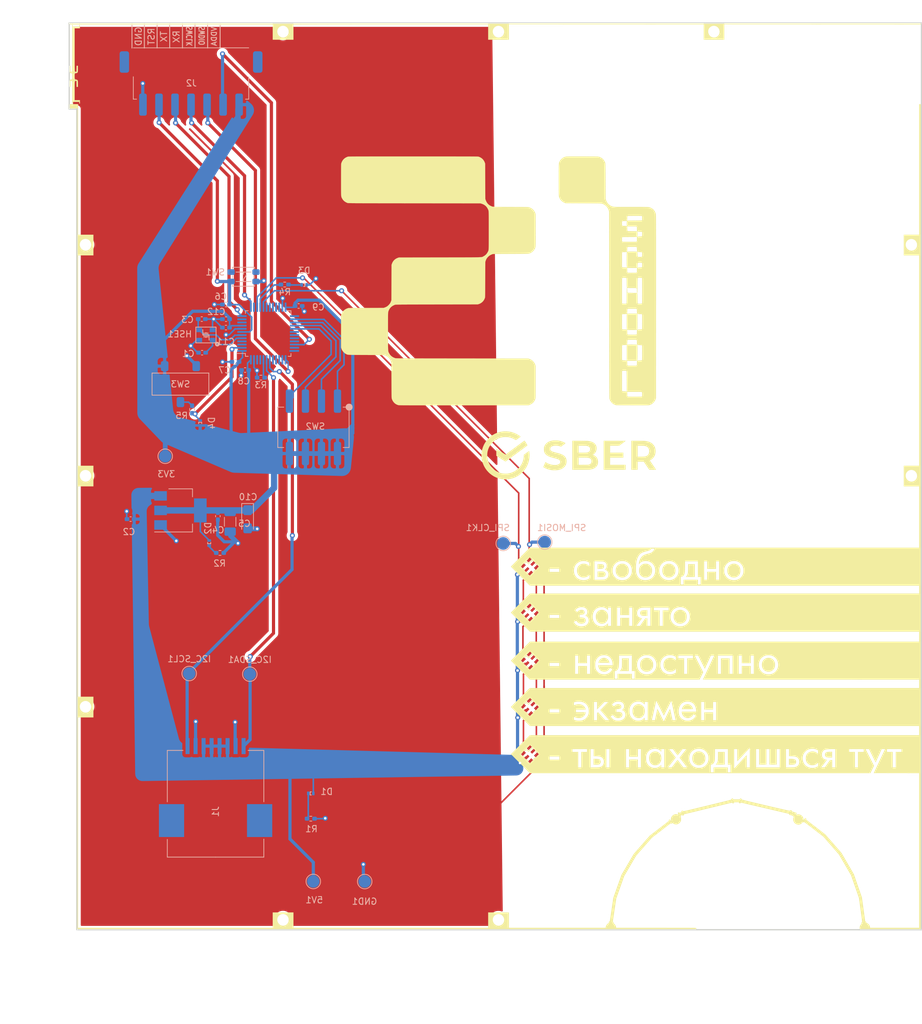
<source format=kicad_pcb>
(kicad_pcb (version 20171130) (host pcbnew 5.1.9)
  (layers (0 F.Cu signal) (31 B.Cu signal) (34 B.Paste user) (35 F.Paste user) (36 B.SilkS user) (37 F.SilkS user) (38 B.Mask user) (39 F.Mask user) (44 Edge.Cuts user))
  (net 0 "")
  (net 1 GND)
  (net 2 HSE_IN)
  (net 3 +5V)
  (net 4 HSE_OUT)
  (net 5 VDDA)
  (net 6 C_RST)
  (net 7 SPI1_CLK)
  (net 8 SPI1_MOSI)
  (net 9 "Net-(D1-Pad1)")
  (net 10 "Net-(D2-Pad1)")
  (net 11 "Net-(R3-Pad2)")
  (net 12 "Net-(D3-Pad2)")
  (net 13 "Net-(R4-Pad1)")
  (net 14 "Net-(R5-Pad2)")
  (net 15 SWITCH_MODE)
  (net 16 "Net-(U2-Pad46)")
  (net 17 "Net-(U2-Pad45)")
  (net 18 "Net-(U2-Pad41)")
  (net 19 "Net-(U2-Pad40)")
  (net 20 "Net-(U2-Pad38)")
  (net 21 SYS_JTCK-SWCLK)
  (net 22 SYS_JTMS-SWDIO)
  (net 23 "Net-(U2-Pad33)")
  (net 24 "Net-(U2-Pad32)")
  (net 25 REG_4b)
  (net 26 REG_3b)
  (net 27 REG_2b)
  (net 28 REG_1b)
  (net 29 "Net-(U2-Pad25)")
  (net 30 "Net-(U2-Pad22)")
  (net 31 "Net-(U2-Pad21)")
  (net 32 "Net-(U2-Pad20)")
  (net 33 "Net-(U2-Pad19)")
  (net 34 "Net-(U2-Pad18)")
  (net 35 "Net-(U2-Pad14)")
  (net 36 "Net-(U2-Pad11)")
  (net 37 "Net-(U2-Pad10)")
  (net 38 "Net-(U2-Pad4)")
  (net 39 "Net-(U2-Pad3)")
  (net 40 "Net-(LED1-Pad6)")
  (net 41 "Net-(LED1-Pad1)")
  (net 42 "Net-(LED2-Pad6)")
  (net 43 "Net-(LED2-Pad1)")
  (net 44 "Net-(LED3-Pad6)")
  (net 45 "Net-(LED3-Pad1)")
  (net 46 "Net-(LED4-Pad6)")
  (net 47 "Net-(LED4-Pad1)")
  (net 48 "Net-(LED5-Pad6)")
  (net 49 "Net-(LED5-Pad1)")
  (net 50 I2C1_SDA)
  (net 51 I2C1_SCL)
  (net 52 USART2_RX)
  (net 53 USART2_TX)
  (net 54 "Net-(U2-Pad39)")
  (net 55 "Net-(U2-Pad36)")
  (net 56 "Net-(U2-Pad35)")
  (net 57 "Net-(U2-Pad31)")
  (net 58 "Net-(U2-Pad30)")
  (module Capacitor_Tantalum_SMD:CP_EIA-3216-10_Kemet-I_Pad1.58x1.35mm_HandSolder (layer B.Cu) (at 212.344 84.582 270)
    (fp_text reference C10 (at -3.53 -0.08 180) (layer B.SilkS) (effects (justify mirror)))
    (fp_text value 4.7uF)
    (pad 2 smd roundrect (at 1.4375 0 270) (size 1.575 1.35) (layers B.Cu B.Paste B.Mask) (roundrect_rratio 0.185185) (net 1 GND))
    (pad 1 smd roundrect (at -1.4375 0 270) (size 1.575 1.35) (layers B.Cu B.Paste B.Mask) (roundrect_rratio 0.185185) (net 5 VDDA))
  )
  (module Package_QFP:LQFP-48_7x7mm_P0.5mm (layer B.Cu) (at 215.61 55.17)
    (fp_text reference U2 hide)
    (fp_text value STM32F030C8Tx)
    (pad 48 smd roundrect (at -2.75 4.1625) (size 0.3 1.475) (layers B.Cu B.Paste B.Mask) (net 5 VDDA))
    (pad 47 smd roundrect (at -2.25 4.1625) (size 0.3 1.475) (layers B.Cu B.Paste B.Mask) (net 1 GND))
    (pad 46 smd roundrect (at -1.75 4.1625) (size 0.3 1.475) (layers B.Cu B.Paste B.Mask) (net 16 "Net-(U2-Pad46)"))
    (pad 45 smd roundrect (at -1.25 4.1625) (size 0.3 1.475) (layers B.Cu B.Paste B.Mask) (net 17 "Net-(U2-Pad45)"))
    (pad 44 smd roundrect (at -0.75 4.1625) (size 0.3 1.475) (layers B.Cu B.Paste B.Mask) (net 11 "Net-(R3-Pad2)"))
    (pad 43 smd roundrect (at -0.25 4.1625) (size 0.3 1.475) (layers B.Cu B.Paste B.Mask) (net 50 I2C1_SDA))
    (pad 42 smd roundrect (at 0.25 4.1625) (size 0.3 1.475) (layers B.Cu B.Paste B.Mask) (net 51 I2C1_SCL))
    (pad 41 smd roundrect (at 0.75 4.1625) (size 0.3 1.475) (layers B.Cu B.Paste B.Mask) (net 18 "Net-(U2-Pad41)"))
    (pad 40 smd roundrect (at 1.25 4.1625) (size 0.3 1.475) (layers B.Cu B.Paste B.Mask) (net 19 "Net-(U2-Pad40)"))
    (pad 39 smd roundrect (at 1.75 4.1625) (size 0.3 1.475) (layers B.Cu B.Paste B.Mask) (net 54 "Net-(U2-Pad39)"))
    (pad 38 smd roundrect (at 2.25 4.1625) (size 0.3 1.475) (layers B.Cu B.Paste B.Mask) (net 20 "Net-(U2-Pad38)"))
    (pad 37 smd roundrect (at 2.75 4.1625) (size 0.3 1.475) (layers B.Cu B.Paste B.Mask) (net 21 SYS_JTCK-SWCLK))
    (pad 36 smd roundrect (at 4.1625 2.75) (size 1.475 0.3) (layers B.Cu B.Paste B.Mask) (net 55 "Net-(U2-Pad36)"))
    (pad 35 smd roundrect (at 4.1625 2.25) (size 1.475 0.3) (layers B.Cu B.Paste B.Mask) (net 56 "Net-(U2-Pad35)"))
    (pad 34 smd roundrect (at 4.1625 1.75) (size 1.475 0.3) (layers B.Cu B.Paste B.Mask) (net 22 SYS_JTMS-SWDIO))
    (pad 33 smd roundrect (at 4.1625 1.25) (size 1.475 0.3) (layers B.Cu B.Paste B.Mask) (net 23 "Net-(U2-Pad33)"))
    (pad 32 smd roundrect (at 4.1625 0.75) (size 1.475 0.3) (layers B.Cu B.Paste B.Mask) (net 24 "Net-(U2-Pad32)"))
    (pad 31 smd roundrect (at 4.1625 0.25) (size 1.475 0.3) (layers B.Cu B.Paste B.Mask) (net 57 "Net-(U2-Pad31)"))
    (pad 30 smd roundrect (at 4.1625 -0.25) (size 1.475 0.3) (layers B.Cu B.Paste B.Mask) (net 58 "Net-(U2-Pad30)"))
    (pad 29 smd roundrect (at 4.1625 -0.75) (size 1.475 0.3) (layers B.Cu B.Paste B.Mask) (net 25 REG_4b))
    (pad 28 smd roundrect (at 4.1625 -1.25) (size 1.475 0.3) (layers B.Cu B.Paste B.Mask) (net 26 REG_3b))
    (pad 27 smd roundrect (at 4.1625 -1.75) (size 1.475 0.3) (layers B.Cu B.Paste B.Mask) (net 27 REG_2b))
    (pad 26 smd roundrect (at 4.1625 -2.25) (size 1.475 0.3) (layers B.Cu B.Paste B.Mask) (net 28 REG_1b))
    (pad 25 smd roundrect (at 4.1625 -2.75) (size 1.475 0.3) (layers B.Cu B.Paste B.Mask) (net 29 "Net-(U2-Pad25)"))
    (pad 24 smd roundrect (at 2.75 -4.1625) (size 0.3 1.475) (layers B.Cu B.Paste B.Mask) (net 5 VDDA))
    (pad 23 smd roundrect (at 2.25 -4.1625) (size 0.3 1.475) (layers B.Cu B.Paste B.Mask) (net 1 GND))
    (pad 22 smd roundrect (at 1.75 -4.1625) (size 0.3 1.475) (layers B.Cu B.Paste B.Mask) (net 30 "Net-(U2-Pad22)"))
    (pad 21 smd roundrect (at 1.25 -4.1625) (size 0.3 1.475) (layers B.Cu B.Paste B.Mask) (net 31 "Net-(U2-Pad21)"))
    (pad 20 smd roundrect (at 0.75 -4.1625) (size 0.3 1.475) (layers B.Cu B.Paste B.Mask) (net 32 "Net-(U2-Pad20)"))
    (pad 19 smd roundrect (at 0.25 -4.1625) (size 0.3 1.475) (layers B.Cu B.Paste B.Mask) (net 33 "Net-(U2-Pad19)"))
    (pad 18 smd roundrect (at -0.25 -4.1625) (size 0.3 1.475) (layers B.Cu B.Paste B.Mask) (net 34 "Net-(U2-Pad18)"))
    (pad 17 smd roundrect (at -0.75 -4.1625) (size 0.3 1.475) (layers B.Cu B.Paste B.Mask) (net 8 SPI1_MOSI))
    (pad 16 smd roundrect (at -1.25 -4.1625) (size 0.3 1.475) (layers B.Cu B.Paste B.Mask) (net 13 "Net-(R4-Pad1)"))
    (pad 15 smd roundrect (at -1.75 -4.1625) (size 0.3 1.475) (layers B.Cu B.Paste B.Mask) (net 7 SPI1_CLK))
    (pad 14 smd roundrect (at -2.25 -4.1625) (size 0.3 1.475) (layers B.Cu B.Paste B.Mask) (net 35 "Net-(U2-Pad14)"))
    (pad 13 smd roundrect (at -2.75 -4.1625) (size 0.3 1.475) (layers B.Cu B.Paste B.Mask) (net 52 USART2_RX))
    (pad 12 smd roundrect (at -4.1625 -2.75) (size 1.475 0.3) (layers B.Cu B.Paste B.Mask) (net 53 USART2_TX))
    (pad 11 smd roundrect (at -4.1625 -2.25) (size 1.475 0.3) (layers B.Cu B.Paste B.Mask) (net 36 "Net-(U2-Pad11)"))
    (pad 10 smd roundrect (at -4.1625 -1.75) (size 1.475 0.3) (layers B.Cu B.Paste B.Mask) (net 37 "Net-(U2-Pad10)"))
    (pad 9 smd roundrect (at -4.1625 -1.25) (size 1.475 0.3) (layers B.Cu B.Paste B.Mask) (net 5 VDDA))
    (pad 8 smd roundrect (at -4.1625 -0.75) (size 1.475 0.3) (layers B.Cu B.Paste B.Mask) (net 1 GND))
    (pad 7 smd roundrect (at -4.1625 -0.25) (size 1.475 0.3) (layers B.Cu B.Paste B.Mask) (net 6 C_RST))
    (pad 6 smd roundrect (at -4.1625 0.25) (size 1.475 0.3) (layers B.Cu B.Paste B.Mask) (net 4 HSE_OUT))
    (pad 5 smd roundrect (at -4.1625 0.75) (size 1.475 0.3) (layers B.Cu B.Paste B.Mask) (net 2 HSE_IN))
    (pad 4 smd roundrect (at -4.1625 1.25) (size 1.475 0.3) (layers B.Cu B.Paste B.Mask) (net 38 "Net-(U2-Pad4)"))
    (pad 3 smd roundrect (at -4.1625 1.75) (size 1.475 0.3) (layers B.Cu B.Paste B.Mask) (net 39 "Net-(U2-Pad3)"))
    (pad 2 smd roundrect (at -4.1625 2.25) (size 1.475 0.3) (layers B.Cu B.Paste B.Mask) (net 15 SWITCH_MODE))
    (pad 1 smd roundrect (at -4.1625 2.75) (size 1.475 0.3) (layers B.Cu B.Paste B.Mask) (net 5 VDDA))
  )
  (module Resistor_SMD:R_0402_1005Metric_Pad0.72x0.64mm_HandSolder (layer B.Cu) (at 218.23 47.42)
    (fp_text reference R4 (at 0 1.17) (layer B.SilkS) (effects (justify mirror)))
    (fp_text value 1k5)
    (pad 2 smd roundrect (at 0.5975 0) (size 0.715 0.64) (layers B.Cu B.Paste B.Mask) (net 12 "Net-(D3-Pad2)"))
    (pad 1 smd roundrect (at -0.5975 0) (size 0.715 0.64) (layers B.Cu B.Paste B.Mask) (net 13 "Net-(R4-Pad1)"))
  )
  (module Resistor_SMD:R_0402_1005Metric_Pad0.72x0.64mm_HandSolder (layer B.Cu) (at 214.45 62.16)
    (fp_text reference R3 (at 0 1.17) (layer B.SilkS) (effects (justify mirror)))
    (fp_text value 10k)
    (pad 2 smd roundrect (at 0.5975 0) (size 0.715 0.64) (layers B.Cu B.Paste B.Mask) (net 11 "Net-(R3-Pad2)"))
    (pad 1 smd roundrect (at -0.5975 0) (size 0.715 0.64) (layers B.Cu B.Paste B.Mask) (net 1 GND))
  )
  (module Atrium_central_PCB:connector_7pin_xh2.54__lcsc_c146123_ (layer B.Cu) (at 203.38 15.52 180)
    (fp_text reference J2 (at -0.05 0) (layer B.SilkS) (effects (justify mirror)))
    (fp_text value Conn_01x07)
    (pad 1 smd roundrect (at -7.62 -3.4 180) (size 1.2 3.5) (layers B.Cu B.Paste B.Mask) (net 5 VDDA))
    (pad 2 smd roundrect (at -5.08 -3.4 180) (size 1.2 3.5) (layers B.Cu B.Paste B.Mask) (net 22 SYS_JTMS-SWDIO))
    (pad 3 smd roundrect (at -2.54 -3.4 180) (size 1.2 3.5) (layers B.Cu B.Paste B.Mask) (net 21 SYS_JTCK-SWCLK))
    (pad 4 smd roundrect (at 0 -3.4 180) (size 1.2 3.5) (layers B.Cu B.Paste B.Mask) (net 52 USART2_RX))
    (pad 5 smd roundrect (at 2.54 -3.4 180) (size 1.2 3.5) (layers B.Cu B.Paste B.Mask) (net 53 USART2_TX))
    (pad 6 smd roundrect (at 5.08 -3.4 180) (size 1.2 3.5) (layers B.Cu B.Paste B.Mask) (net 6 C_RST))
    (pad NC smd roundrect (at -10.57 3.35 180) (size 1.5 3.4) (layers B.Cu B.Paste B.Mask))
    (pad NC smd roundrect (at 10.57 3.35 180) (size 1.5 3.4) (layers B.Cu B.Paste B.Mask))
    (pad 7 smd roundrect (at 7.62 -3.4 180) (size 1.2 3.5) (layers B.Cu B.Paste B.Mask) (net 1 GND))
  )
  (module Atrium_central_PCB:LED_SMD_0402 (layer B.Cu) (at 221.31 47.47 180)
    (fp_text reference D3 (at -0.01 2.27) (layer B.SilkS) (effects (justify mirror)))
    (fp_text value "Orange LED")
    (pad 1 smd roundrect (at -0.4 0 180) (size 0.4 0.6) (layers B.Cu B.Paste B.Mask) (net 1 GND))
    (pad 2 smd roundrect (at 0.4 0 180) (size 0.4 0.6) (layers B.Cu B.Paste B.Mask) (net 12 "Net-(D3-Pad2)"))
  )
  (module Atrium_central_PCB:Pad_test (layer B.Cu) (at 222.758 141.956)
    (fp_text reference 5V1 (at 0.142 2.944) (layer B.SilkS) (effects (justify mirror)))
    (fp_text value TEST1)
    (pad 1 smd circle (at 0 0) (size 2 2) (layers B.Cu B.Paste B.Mask) (net 3 +5V))
  )
  (module Atrium_central_PCB:Pad_test (layer B.Cu) (at 203.09 109.02)
    (fp_text reference I2C_SCL1 (at 0 -2.3) (layer B.SilkS) (effects (justify mirror)))
    (fp_text value TEST4)
    (pad 1 smd circle (at 0 0) (size 2 2) (layers B.Cu B.Paste B.Mask) (net 51 I2C1_SCL))
  )
  (module _RJ45MOLEX_SMD:rj45_molex_smd_44144-0003 (layer B.Cu) (at 207.268 138.098 180)
    (fp_text reference J1 (at 0 7.2 270) (layer B.SilkS) (effects (justify mirror)))
    (fp_text value RJ32_Shielded)
    (pad 1 smd rect (at -4.44 17.58 180) (size 0.64 2.54) (layers B.Cu B.Paste B.Mask) (net 50 I2C1_SDA))
    (pad 2 smd rect (at -3.17 17.58 180) (size 0.64 2.54) (layers B.Cu B.Paste B.Mask) (net 1 GND))
    (pad 3 smd rect (at -1.9 17.58 180) (size 0.64 2.54) (layers B.Cu B.Paste B.Mask) (net 3 +5V))
    (pad 4 smd rect (at -0.63 17.58 180) (size 0.64 2.54) (layers B.Cu B.Paste B.Mask) (net 3 +5V))
    (pad 5 smd rect (at 0.63 17.58 180) (size 0.64 2.54) (layers B.Cu B.Paste B.Mask) (net 3 +5V))
    (pad 6 smd rect (at 1.9 17.58 180) (size 0.64 2.54) (layers B.Cu B.Paste B.Mask) (net 3 +5V))
    (pad 7 smd rect (at 3.17 17.58 180) (size 0.64 2.54) (layers B.Cu B.Paste B.Mask) (net 1 GND))
    (pad 8 smd rect (at 4.44 17.58 180) (size 0.64 2.54) (layers B.Cu B.Paste B.Mask) (net 51 I2C1_SCL))
    (pad NC smd rect (at -6.98 5.785 180) (size 4 5.21) (layers B.Cu B.Paste B.Mask))
    (pad NC smd rect (at 6.98 5.785 180) (size 4 5.21) (layers B.Cu B.Paste B.Mask))
  )
  (module _RJ45MOLEX_SMD:SK9822-EC20 (layer F.Cu) (at 257.09 121.8 225)
    (fp_text reference LED5 hide)
    (fp_text value SK9822-EC20)
    (pad 4 smd rect (at 0.65 0.8 225) (size 0.7 0.4) (layers F.Cu F.Paste F.Mask) (net 46 "Net-(LED4-Pad6)"))
    (pad 5 smd rect (at 0.65 0 225) (size 0.7 0.4) (layers F.Cu F.Paste F.Mask) (net 3 +5V))
    (pad 6 smd rect (at 0.65 -0.8 225) (size 0.7 0.4) (layers F.Cu F.Paste F.Mask) (net 48 "Net-(LED5-Pad6)"))
    (pad 3 smd rect (at -0.65 0.8 225) (size 0.7 0.4) (layers F.Cu F.Paste F.Mask) (net 47 "Net-(LED4-Pad1)"))
    (pad 2 smd rect (at -0.65 0 225) (size 0.7 0.4) (layers F.Cu F.Paste F.Mask) (net 1 GND))
    (pad 1 smd rect (at -0.65 -0.8 225) (size 0.7 0.4) (layers F.Cu F.Paste F.Mask) (net 49 "Net-(LED5-Pad1)"))
  )
  (module _RJ45MOLEX_SMD:SK9822-EC20 (layer F.Cu) (at 257.09 114.33 225)
    (fp_text reference LED4 hide)
    (fp_text value SK9822-EC20)
    (pad 4 smd rect (at 0.65 0.8 225) (size 0.7 0.4) (layers F.Cu F.Paste F.Mask) (net 44 "Net-(LED3-Pad6)"))
    (pad 5 smd rect (at 0.65 0 225) (size 0.7 0.4) (layers F.Cu F.Paste F.Mask) (net 3 +5V))
    (pad 6 smd rect (at 0.65 -0.8 225) (size 0.7 0.4) (layers F.Cu F.Paste F.Mask) (net 46 "Net-(LED4-Pad6)"))
    (pad 3 smd rect (at -0.65 0.8 225) (size 0.7 0.4) (layers F.Cu F.Paste F.Mask) (net 45 "Net-(LED3-Pad1)"))
    (pad 2 smd rect (at -0.65 0 225) (size 0.7 0.4) (layers F.Cu F.Paste F.Mask) (net 1 GND))
    (pad 1 smd rect (at -0.65 -0.8 225) (size 0.7 0.4) (layers F.Cu F.Paste F.Mask) (net 47 "Net-(LED4-Pad1)"))
  )
  (module _RJ45MOLEX_SMD:SK9822-EC20 (layer F.Cu) (at 257.09 106.97 225)
    (fp_text reference LED3 hide)
    (fp_text value SK9822-EC20)
    (pad 4 smd rect (at 0.65 0.8 225) (size 0.7 0.4) (layers F.Cu F.Paste F.Mask) (net 42 "Net-(LED2-Pad6)"))
    (pad 5 smd rect (at 0.65 0 225) (size 0.7 0.4) (layers F.Cu F.Paste F.Mask) (net 3 +5V))
    (pad 6 smd rect (at 0.65 -0.8 225) (size 0.7 0.4) (layers F.Cu F.Paste F.Mask) (net 44 "Net-(LED3-Pad6)"))
    (pad 3 smd rect (at -0.65 0.8 225) (size 0.7 0.4) (layers F.Cu F.Paste F.Mask) (net 43 "Net-(LED2-Pad1)"))
    (pad 2 smd rect (at -0.65 0 225) (size 0.7 0.4) (layers F.Cu F.Paste F.Mask) (net 1 GND))
    (pad 1 smd rect (at -0.65 -0.8 225) (size 0.7 0.4) (layers F.Cu F.Paste F.Mask) (net 45 "Net-(LED3-Pad1)"))
  )
  (module _RJ45MOLEX_SMD:SK9822-EC20 (layer F.Cu) (at 257.07 99.37 225)
    (fp_text reference LED2 hide)
    (fp_text value SK9822-EC20)
    (pad 4 smd rect (at 0.65 0.8 225) (size 0.7 0.4) (layers F.Cu F.Paste F.Mask) (net 40 "Net-(LED1-Pad6)"))
    (pad 5 smd rect (at 0.65 0 225) (size 0.7 0.4) (layers F.Cu F.Paste F.Mask) (net 3 +5V))
    (pad 6 smd rect (at 0.65 -0.8 225) (size 0.7 0.4) (layers F.Cu F.Paste F.Mask) (net 42 "Net-(LED2-Pad6)"))
    (pad 3 smd rect (at -0.65 0.8 225) (size 0.7 0.4) (layers F.Cu F.Paste F.Mask) (net 41 "Net-(LED1-Pad1)"))
    (pad 2 smd rect (at -0.65 0 225) (size 0.7 0.4) (layers F.Cu F.Paste F.Mask) (net 1 GND))
    (pad 1 smd rect (at -0.65 -0.8 225) (size 0.7 0.4) (layers F.Cu F.Paste F.Mask) (net 43 "Net-(LED2-Pad1)"))
  )
  (module _RJ45MOLEX_SMD:SK9822-EC20 (layer F.Cu) (at 257.08 92.08 225)
    (fp_text reference LED1 hide)
    (fp_text value SK9822-EC20)
    (pad 4 smd rect (at 0.65 0.8 225) (size 0.7 0.4) (layers F.Cu F.Paste F.Mask) (net 7 SPI1_CLK))
    (pad 5 smd rect (at 0.65 0 225) (size 0.7 0.4) (layers F.Cu F.Paste F.Mask) (net 3 +5V))
    (pad 6 smd rect (at 0.65 -0.8 225) (size 0.7 0.4) (layers F.Cu F.Paste F.Mask) (net 40 "Net-(LED1-Pad6)"))
    (pad 3 smd rect (at -0.65 0.8 225) (size 0.7 0.4) (layers F.Cu F.Paste F.Mask) (net 8 SPI1_MOSI))
    (pad 2 smd rect (at -0.65 0 225) (size 0.7 0.4) (layers F.Cu F.Paste F.Mask) (net 1 GND))
    (pad 1 smd rect (at -0.65 -0.8 225) (size 0.7 0.4) (layers F.Cu F.Paste F.Mask) (net 41 "Net-(LED1-Pad1)"))
  )
  (module "Atrium_central_PCB:SW_SMD_XKB_(SS-3235D-03-L1)" (layer B.Cu) (at 201.7 63.19)
    (fp_text reference SW3 (at 0 0) (layer B.SilkS) (effects (justify mirror)))
    (fp_text value SW_SPDT)
    (pad 3 smd roundrect (at 2.5 -2.85) (size 1.2 1.6) (layers B.Cu B.Paste B.Mask) (net 1 GND))
    (pad 2 smd roundrect (at 0 2.85) (size 1.2 1.6) (layers B.Cu B.Paste B.Mask) (net 14 "Net-(R5-Pad2)"))
    (pad 1 smd roundrect (at -2.5 -2.85) (size 1.2 1.6) (layers B.Cu B.Paste B.Mask) (net 5 VDDA))
  )
  (module "Atrium_central_PCB:SW_4poles_(LCSC_C3693)" (layer B.Cu) (at 222.78 70.03 180)
    (fp_text reference SW2 (at -0.3 0.15) (layer B.SilkS) (effects (justify mirror)))
    (fp_text value ADDRESS_SELECT)
    (pad 1 smd roundrect (at -3.81 4.15 180) (size 1.15 3.7) (layers B.Cu B.Paste B.Mask) (net 28 REG_1b))
    (pad 2 smd roundrect (at -1.27 4.15 180) (size 1.15 3.7) (layers B.Cu B.Paste B.Mask) (net 27 REG_2b))
    (pad 3 smd roundrect (at 1.27 4.15 180) (size 1.15 3.7) (layers B.Cu B.Paste B.Mask) (net 26 REG_3b))
    (pad 4 smd roundrect (at 3.81 4.15 180) (size 1.15 3.7) (layers B.Cu B.Paste B.Mask) (net 25 REG_4b))
    (pad 5 smd roundrect (at 3.81 -4.15 180) (size 1.15 3.7) (layers B.Cu B.Paste B.Mask) (net 5 VDDA))
    (pad 6 smd roundrect (at 1.27 -4.15 180) (size 1.15 3.7) (layers B.Cu B.Paste B.Mask) (net 5 VDDA))
    (pad 7 smd roundrect (at -1.27 -4.15 180) (size 1.15 3.7) (layers B.Cu B.Paste B.Mask) (net 5 VDDA))
    (pad 8 smd roundrect (at -3.81 -4.15 180) (size 1.15 3.7) (layers B.Cu B.Paste B.Mask) (net 5 VDDA))
  )
  (module "Atrium_central_PCB:SW_SMD_XKB_(TS-1809SM-C)" (layer B.Cu) (at 211.7 46.19)
    (fp_text reference SW1 (at -4.49 -0.73) (layer B.SilkS) (effects (justify mirror)))
    (fp_text value SW_SPST)
    (pad 1 smd roundrect (at -1.975 0.75) (size 1.15 0.9) (layers B.Cu B.Paste B.Mask) (net 6 C_RST))
    (pad 2 smd roundrect (at 1.975 0.75) (size 1.15 0.9) (layers B.Cu B.Paste B.Mask) (net 1 GND))
    (pad 3 smd roundrect (at -1.975 -0.75) (size 1.15 0.9) (layers B.Cu B.Paste B.Mask))
    (pad 4 smd roundrect (at 1.975 -0.75) (size 1.15 0.9) (layers B.Cu B.Paste B.Mask))
  )
  (module Atrium_central_PCB:Pad_test (layer B.Cu) (at 259.44 88.21)
    (fp_text reference SPI_MOSI1 (at 2.68 -2.27) (layer B.SilkS) (effects (justify mirror)))
    (fp_text value TEST7)
    (pad 1 smd circle (at 0 0) (size 2 2) (layers B.Cu B.Paste B.Mask) (net 8 SPI1_MOSI))
  )
  (module Atrium_central_PCB:Pad_test (layer B.Cu) (at 252.86 88.42)
    (fp_text reference SPI_CLK1 (at -2.45 -2.48) (layer B.SilkS) (effects (justify mirror)))
    (fp_text value TEST6)
    (pad 1 smd circle (at 0 0) (size 2 2) (layers B.Cu B.Paste B.Mask) (net 7 SPI1_CLK))
  )
  (module Atrium_central_PCB:Pad_test (layer B.Cu) (at 212.69 109.12)
    (fp_text reference I2C_SDA1 (at 0 -2.3) (layer B.SilkS) (effects (justify mirror)))
    (fp_text value TEST5)
    (pad 1 smd circle (at 0 0) (size 2 2) (layers B.Cu B.Paste B.Mask) (net 50 I2C1_SDA))
  )
  (module Atrium_central_PCB:Pad_test (layer B.Cu) (at 230.906 141.97)
    (fp_text reference GND1 (at -0.036 3.15) (layer B.SilkS) (effects (justify mirror)))
    (fp_text value TEST3)
    (pad 1 smd circle (at 0 0) (size 2 2) (layers B.Cu B.Paste B.Mask) (net 1 GND))
  )
  (module Atrium_central_PCB:Pad_test (layer B.Cu) (at 199.29 74.61)
    (fp_text reference 3V3 (at 0.17 2.82) (layer B.SilkS) (effects (justify mirror)))
    (fp_text value TEST2)
    (pad 1 smd circle (at 0 0) (size 2 2) (layers B.Cu B.Paste B.Mask) (net 5 VDDA))
  )
  (module "Atrium_central_PCB:ResonatorSMD_4pin(2,4GND)_KDS_1C232000AA0B" (layer B.Cu) (at 205.74 55.41 180)
    (fp_text reference HSE1 (at 4.15 0.14) (layer B.SilkS) (effects (justify mirror)))
    (fp_text value Crystal_gnd24)
    (pad 1 smd roundrect (at -1.05 -0.8 180) (size 0.9 0.7) (layers B.Cu B.Paste B.Mask) (net 2 HSE_IN))
    (pad 2 smd rect (at 1.05 -0.8 180) (size 0.9 0.7) (layers B.Cu B.Paste B.Mask) (net 1 GND))
    (pad 3 smd rect (at 1.05 0.8 180) (size 0.9 0.7) (layers B.Cu B.Paste B.Mask) (net 4 HSE_OUT))
    (pad 4 smd rect (at -1.05 0.8 180) (size 0.9 0.7) (layers B.Cu B.Paste B.Mask) (net 1 GND))
  )
  (module Atrium_central_PCB:LED_SMD_0402 (layer B.Cu) (at 204.83 69.34 270)
    (fp_text reference D4 (at 0.01 -1.82 90) (layer B.SilkS) (effects (justify mirror)))
    (fp_text value "Purple LED")
    (pad 1 smd roundrect (at -0.4 0 270) (size 0.4 0.6) (layers B.Cu B.Paste B.Mask) (net 15 SWITCH_MODE))
    (pad 2 smd roundrect (at 0.4 0 270) (size 0.4 0.6) (layers B.Cu B.Paste B.Mask) (net 5 VDDA))
  )
  (module Atrium_central_PCB:LED_SMD_0402 (layer B.Cu) (at 206.26 88.36 90)
    (fp_text reference D2 (at 2.36 -0.19 90) (layer B.SilkS) (effects (justify mirror)))
    (fp_text value "LED Red (3v3 Power ON)")
    (pad 1 smd roundrect (at -0.4 0 90) (size 0.4 0.6) (layers B.Cu B.Paste B.Mask) (net 10 "Net-(D2-Pad1)"))
    (pad 2 smd roundrect (at 0.4 0 90) (size 0.4 0.6) (layers B.Cu B.Paste B.Mask) (net 5 VDDA))
  )
  (module Atrium_central_PCB:LED_SMD_0402 (layer B.Cu) (at 222.36 128.01)
    (fp_text reference D1 (at 2.51 -0.28) (layer B.SilkS) (effects (justify mirror)))
    (fp_text value "LED Blue (5v Power ON)")
    (pad 1 smd roundrect (at -0.4 0) (size 0.4 0.6) (layers B.Cu B.Paste B.Mask) (net 9 "Net-(D1-Pad1)"))
    (pad 2 smd roundrect (at 0.4 0) (size 0.4 0.6) (layers B.Cu B.Paste B.Mask) (net 3 +5V))
  )
  (module Atrium_central_PCB:MountingHole_1.8mm_M1.6 (layer F.Cu) (at 186.65 41.09)
    (fp_text reference REF** hide)
    (fp_text value MountingHole_1.8mm_M1.6 hide)
    (pad "" np_thru_hole circle (at 0 0) (size 1.8 1.8) (drill 1.8) (layers *.Cu *.Mask))
  )
  (module Atrium_central_PCB:MountingHole_1.8mm_M1.6 (layer F.Cu) (at 252.1 148.02)
    (fp_text reference REF** hide)
    (fp_text value MountingHole_1.8mm_M1.6 hide)
    (pad "" np_thru_hole circle (at 0 0) (size 1.8 1.8) (drill 1.8) (layers *.Cu *.Mask))
  )
  (module Atrium_central_PCB:MountingHole_1.8mm_M1.6 (layer F.Cu) (at 186.65 114.27)
    (fp_text reference REF** hide)
    (fp_text value MountingHole_1.8mm_M1.6 hide)
    (pad "" np_thru_hole circle (at 0 0) (size 1.8 1.8) (drill 1.8) (layers *.Cu *.Mask))
  )
  (module Atrium_central_PCB:MountingHole_1.8mm_M1.6 (layer F.Cu) (at 217.95 148.01)
    (fp_text reference REF** hide)
    (fp_text value MountingHole_1.8mm_M1.6 hide)
    (pad "" np_thru_hole circle (at 0 0) (size 1.8 1.8) (drill 1.8) (layers *.Cu *.Mask))
  )
  (module Atrium_central_PCB:MountingHole_1.8mm_M1.6 (layer F.Cu) (at 252.1 7.34)
    (fp_text reference REF** hide)
    (fp_text value MountingHole_1.8mm_M1.6 hide)
    (pad "" np_thru_hole circle (at 0 0) (size 1.8 1.8) (drill 1.8) (layers *.Cu *.Mask))
  )
  (module Atrium_central_PCB:MountingHole_1.8mm_M1.6 (layer F.Cu) (at 286.24 7.34)
    (fp_text reference REF** hide)
    (fp_text value MountingHole_1.8mm_M1.6 hide)
    (pad "" np_thru_hole circle (at 0 0) (size 1.8 1.8) (drill 1.8) (layers *.Cu *.Mask))
  )
  (module Atrium_central_PCB:MountingHole_1.8mm_M1.6 (layer F.Cu) (at 317.54 77.68)
    (fp_text reference REF** hide)
    (fp_text value MountingHole_1.8mm_M1.6 hide)
    (pad "" np_thru_hole circle (at 0 0) (size 1.8 1.8) (drill 1.8) (layers *.Cu *.Mask))
  )
  (module Atrium_central_PCB:MountingHole_1.8mm_M1.6 (layer F.Cu) (at 186.65 77.68)
    (fp_text reference REF** hide)
    (fp_text value MountingHole_1.8mm_M1.6 hide)
    (pad "" np_thru_hole circle (at 0 0) (size 1.8 1.8) (drill 1.8) (layers *.Cu *.Mask))
  )
  (module Atrium_central_PCB:MountingHole_1.8mm_M1.6 (layer F.Cu) (at 217.95 7.34)
    (fp_text reference REF** hide)
    (fp_text value MountingHole_1.8mm_M1.6 hide)
    (pad "" np_thru_hole circle (at 0 0) (size 1.8 1.8) (drill 1.8) (layers *.Cu *.Mask))
  )
  (module Atrium_central_PCB:MountingHole_1.8mm_M1.6 (layer F.Cu) (at 317.54 41.1)
    (fp_text reference REF** hide)
    (fp_text value MountingHole_1.8mm_M1.6 hide)
    (pad "" np_thru_hole circle (at 0 0) (size 1.8 1.8) (drill 1.8) (layers *.Cu *.Mask))
  )
  (module Atrium_central_PCB:atrium_silk (layer F.Cu) (at 251.51 77.75)
    (fp_text reference G*** hide)
    (fp_text value LOGO hide)
  )
  (module Package_TO_SOT_SMD:SOT-223-3_TabPin2 (layer B.Cu) (at 201.7 83.19)
    (fp_text reference U1 hide)
    (fp_text value AMS1117-3.3)
    (pad 1 smd rect (at -3.15 2.3) (size 2 1.5) (layers B.Cu B.Paste B.Mask) (net 1 GND))
    (pad 3 smd rect (at -3.15 -2.3) (size 2 1.5) (layers B.Cu B.Paste B.Mask) (net 3 +5V))
    (pad 2 smd rect (at -3.15 0) (size 2 1.5) (layers B.Cu B.Paste B.Mask) (net 5 VDDA))
    (pad 2 smd rect (at 3.15 0) (size 2 3.8) (layers B.Cu B.Paste B.Mask) (net 5 VDDA))
  )
  (module Resistor_SMD:R_0402_1005Metric_Pad0.72x0.64mm_HandSolder (layer B.Cu) (at 203.55 67.2 90)
    (fp_text reference R5 (at -0.98 -1.65 180) (layer B.SilkS) (effects (justify mirror)))
    (fp_text value 1k5)
    (pad 2 smd roundrect (at 0.5975 0 90) (size 0.715 0.64) (layers B.Cu B.Paste B.Mask) (net 14 "Net-(R5-Pad2)"))
    (pad 1 smd roundrect (at -0.5975 0 90) (size 0.715 0.64) (layers B.Cu B.Paste B.Mask) (net 15 SWITCH_MODE))
  )
  (module Resistor_SMD:R_0402_1005Metric_Pad0.72x0.64mm_HandSolder (layer B.Cu) (at 207.97 89.92)
    (fp_text reference R2 (at -0.06 1.65) (layer B.SilkS) (effects (justify mirror)))
    (fp_text value 1k5)
    (pad 2 smd roundrect (at 0.5975 0) (size 0.715 0.64) (layers B.Cu B.Paste B.Mask) (net 1 GND))
    (pad 1 smd roundrect (at -0.5975 0) (size 0.715 0.64) (layers B.Cu B.Paste B.Mask) (net 10 "Net-(D2-Pad1)"))
  )
  (module Resistor_SMD:R_0402_1005Metric_Pad0.72x0.64mm_HandSolder (layer B.Cu) (at 222.36 132.01)
    (fp_text reference R1 (at 0.1 1.63) (layer B.SilkS) (effects (justify mirror)))
    (fp_text value 1k5)
    (pad 2 smd roundrect (at 0.5975 0) (size 0.715 0.64) (layers B.Cu B.Paste B.Mask) (net 1 GND))
    (pad 1 smd roundrect (at -0.5975 0) (size 0.715 0.64) (layers B.Cu B.Paste B.Mask) (net 9 "Net-(D1-Pad1)"))
  )
  (module Capacitor_SMD:C_0402_1005Metric_Pad0.74x0.62mm_HandSolder (layer B.Cu) (at 208.92 52.9)
    (fp_text reference C12 (at -1.54 -1.18) (layer B.SilkS) (effects (justify mirror)))
    (fp_text value 1uF)
    (pad 2 smd roundrect (at 0.5675 0) (size 0.735 0.62) (layers B.Cu B.Paste B.Mask) (net 5 VDDA))
    (pad 1 smd roundrect (at -0.5675 0) (size 0.735 0.62) (layers B.Cu B.Paste B.Mask) (net 1 GND))
  )
  (module Capacitor_SMD:C_0402_1005Metric_Pad0.74x0.62mm_HandSolder (layer B.Cu) (at 208.91 54.24 180)
    (fp_text reference C11 (at 0.05 -2.22) (layer B.SilkS) (effects (justify mirror)))
    (fp_text value 10nF)
    (pad 2 smd roundrect (at 0.5675 0 180) (size 0.735 0.62) (layers B.Cu B.Paste B.Mask) (net 1 GND))
    (pad 1 smd roundrect (at -0.5675 0 180) (size 0.735 0.62) (layers B.Cu B.Paste B.Mask) (net 5 VDDA))
  )
  (module Capacitor_SMD:C_0402_1005Metric_Pad0.74x0.62mm_HandSolder (layer B.Cu) (at 220.43 50.82)
    (fp_text reference C9 (at 3.13 0.18) (layer B.SilkS) (effects (justify mirror)))
    (fp_text value 100nF)
    (pad 2 smd roundrect (at 0.5675 0) (size 0.735 0.62) (layers B.Cu B.Paste B.Mask) (net 1 GND))
    (pad 1 smd roundrect (at -0.5675 0) (size 0.735 0.62) (layers B.Cu B.Paste B.Mask) (net 5 VDDA))
  )
  (module Capacitor_SMD:C_0402_1005Metric_Pad0.74x0.62mm_HandSolder (layer B.Cu) (at 211.95 60.96 180)
    (fp_text reference C8 (at 0.21 -1.75) (layer B.SilkS) (effects (justify mirror)))
    (fp_text value 100nF)
    (pad 2 smd roundrect (at 0.5675 0 180) (size 0.735 0.62) (layers B.Cu B.Paste B.Mask) (net 1 GND))
    (pad 1 smd roundrect (at -0.5675 0 180) (size 0.735 0.62) (layers B.Cu B.Paste B.Mask) (net 5 VDDA))
  )
  (module Capacitor_SMD:C_0402_1005Metric_Pad0.74x0.62mm_HandSolder (layer B.Cu) (at 210.4225 59.66 180)
    (fp_text reference C7 (at 1.7325 -1.32) (layer B.SilkS) (effects (justify mirror)))
    (fp_text value 100nF)
    (pad 2 smd roundrect (at 0.5675 0 180) (size 0.735 0.62) (layers B.Cu B.Paste B.Mask) (net 1 GND))
    (pad 1 smd roundrect (at -0.5675 0 180) (size 0.735 0.62) (layers B.Cu B.Paste B.Mask) (net 5 VDDA))
  )
  (module Capacitor_SMD:C_0402_1005Metric_Pad0.74x0.62mm_HandSolder (layer B.Cu) (at 208.9225 50.58)
    (fp_text reference C6 (at -0.8325 -1.27) (layer B.SilkS) (effects (justify mirror)))
    (fp_text value 0.1uF)
    (pad 2 smd roundrect (at 0.5675 0) (size 0.735 0.62) (layers B.Cu B.Paste B.Mask) (net 6 C_RST))
    (pad 1 smd roundrect (at -0.5675 0) (size 0.735 0.62) (layers B.Cu B.Paste B.Mask) (net 1 GND))
  )
  (module Capacitor_SMD:C_1206_3216Metric_Pad1.33x1.80mm_HandSolder (layer B.Cu) (at 209.58 84.99 270)
    (fp_text reference C5 (at 0.28 -2.26) (layer B.SilkS) (effects (justify mirror)))
    (fp_text value "22uF tantal")
    (pad 2 smd roundrect (at 1.5625 0 270) (size 1.325 1.8) (layers B.Cu B.Paste B.Mask) (roundrect_rratio 0.188679) (net 1 GND))
    (pad 1 smd roundrect (at -1.5625 0 270) (size 1.325 1.8) (layers B.Cu B.Paste B.Mask) (roundrect_rratio 0.188679) (net 5 VDDA))
  )
  (module Capacitor_SMD:C_0402_1005Metric_Pad0.74x0.62mm_HandSolder (layer B.Cu) (at 207.63 84.1 270)
    (fp_text reference C4 (at 2.2 -0.04) (layer B.SilkS) (effects (justify mirror)))
    (fp_text value 10uF)
    (pad 2 smd roundrect (at 0.5675 0 270) (size 0.735 0.62) (layers B.Cu B.Paste B.Mask) (net 1 GND))
    (pad 1 smd roundrect (at -0.5675 0 270) (size 0.735 0.62) (layers B.Cu B.Paste B.Mask) (net 5 VDDA))
  )
  (module Capacitor_SMD:C_0402_1005Metric_Pad0.74x0.62mm_HandSolder (layer B.Cu) (at 205.08 52.89)
    (fp_text reference C3 (at -2.26 0.09) (layer B.SilkS) (effects (justify mirror)))
    (fp_text value 15pF)
    (pad 2 smd roundrect (at 0.5675 0) (size 0.735 0.62) (layers B.Cu B.Paste B.Mask) (net 1 GND))
    (pad 1 smd roundrect (at -0.5675 0) (size 0.735 0.62) (layers B.Cu B.Paste B.Mask) (net 4 HSE_OUT))
  )
  (module Capacitor_SMD:C_0402_1005Metric_Pad0.74x0.62mm_HandSolder (layer B.Cu) (at 193.8 84.57 180)
    (fp_text reference C2 (at 0.26 -2.01) (layer B.SilkS) (effects (justify mirror)))
    (fp_text value 10uF)
    (pad 2 smd roundrect (at 0.5675 0 180) (size 0.735 0.62) (layers B.Cu B.Paste B.Mask) (net 1 GND))
    (pad 1 smd roundrect (at -0.5675 0 180) (size 0.735 0.62) (layers B.Cu B.Paste B.Mask) (net 3 +5V))
  )
  (module Capacitor_SMD:C_0402_1005Metric_Pad0.74x0.62mm_HandSolder (layer B.Cu) (at 205.13 58.21 180)
    (fp_text reference C1 (at 2.19 -0.15) (layer B.SilkS) (effects (justify mirror)))
    (fp_text value 15pF)
    (pad 2 smd roundrect (at 0.5675 0 180) (size 0.735 0.62) (layers B.Cu B.Paste B.Mask) (net 1 GND))
    (pad 1 smd roundrect (at -0.5675 0 180) (size 0.735 0.62) (layers B.Cu B.Paste B.Mask) (net 2 HSE_IN))
  )
  (gr_text VDDA (at 207.03 8.11 90) (layer B.SilkS) (effects (font (size 0.8128 0.8128)) (justify mirror)))
  (gr_text SWDIO (at 205.1 8.01 90) (layer B.SilkS) (effects (font (size 0.889 0.635) (thickness 0.1524)) (justify mirror)))
  (gr_text SWCLK (at 203.13 8.07 90) (layer B.SilkS) (effects (font (size 0.889 0.635) (thickness 0.1524)) (justify mirror)))
  (gr_text RX (at 201.06 8.16 90) (layer B.SilkS) (effects (font (size 1 1)) (justify mirror)))
  (gr_text TX (at 199.07 8.14 90) (layer B.SilkS) (effects (font (size 1 1)) (justify mirror)))
  (gr_text RST (at 197.09 8.14 90) (layer B.SilkS) (effects (font (size 1 1)) (justify mirror)))
  (gr_text GND (at 195.05 8.1 90) (layer B.SilkS) (effects (font (size 1 1)) (justify mirror)))
  (gr_line (start 207.99 6.37) (end 207.99 9.98) (layer B.SilkS) (width 0.15))
  (gr_line (start 206.01 6.34) (end 206.01 9.95) (layer B.SilkS) (width 0.15))
  (gr_line (start 202.02 6.35) (end 202.02 9.96) (layer B.SilkS) (width 0.15))
  (gr_line (start 204.01 6.33) (end 204.01 9.94) (layer B.SilkS) (width 0.15))
  (gr_line (start 200 6.34) (end 200 9.95) (layer B.SilkS) (width 0.15))
  (gr_line (start 198 6.34) (end 198 9.95) (layer B.SilkS) (width 0.15))
  (gr_line (start 195.98 6.35) (end 195.98 9.96) (layer B.SilkS) (width 0.15))
  (gr_line (start 194.02 6.35) (end 194.02 9.96) (layer B.SilkS) (width 0.15))
  (gr_curve (pts (xy 319.1467 149.6024) (xy 319.1467 149.6024) (xy 185.294 149.6024) (xy 185.294 149.6024)) (layer Edge.Cuts) (width 0.2))
  (gr_curve (pts (xy 185.294 149.6024) (xy 185.294 149.6024) (xy 185.294 19.6227) (xy 185.294 19.6227)) (layer Edge.Cuts) (width 0.2))
  (gr_curve (pts (xy 184.0745 19.6227) (xy 184.0745 19.6227) (xy 184.0745 5.9942) (xy 184.0745 5.9942)) (layer Edge.Cuts) (width 0.2))
  (gr_curve (pts (xy 319.1467 5.9942) (xy 319.1467 5.9942) (xy 319.1467 149.6024) (xy 319.1467 149.6024)) (layer Edge.Cuts) (width 0.2))
  (gr_curve (pts (xy 185.294 19.6227) (xy 185.294 19.6227) (xy 184.0745 19.6227) (xy 184.0745 19.6227)) (layer Edge.Cuts) (width 0.2))
  (gr_curve (pts (xy 184.0745 5.9942) (xy 184.0745 5.9942) (xy 319.1467 5.9942) (xy 319.1467 5.9942)) (layer Edge.Cuts) (width 0.2))
  (via (at 202.73 58.7) (size 0.8) (drill 0.4) (layers F.Cu B.Cu) (net 1))
  (segment (start 204.2 60.34) (end 204.2 60.17) (width 0.504) (layer B.Cu) (net 1))
  (segment (start 204.2 60.17) (end 202.73 58.7) (width 0.504) (layer B.Cu) (net 1))
  (via (at 210.82 88.392) (size 0.8) (drill 0.4) (layers F.Cu B.Cu) (net 1))
  (segment (start 210.65 88.22) (end 210.75 88.12) (width 0.25) (layer B.Cu) (net 1))
  (segment (start 198.55 85.49) (end 198.4 85.49) (width 0.25) (layer B.Cu) (net 1))
  (via (at 213.83 61.04) (size 0.8) (drill 0.4) (layers F.Cu B.Cu) (net 1))
  (segment (start 213.36 59.3325) (end 213.36 60.57) (width 0.25) (layer B.Cu) (net 1))
  (segment (start 213.36 60.57) (end 213.83 61.04) (width 0.25) (layer B.Cu) (net 1))
  (via (at 217.9 49.59) (size 0.8) (drill 0.4) (layers F.Cu B.Cu) (net 1))
  (via (at 214.91 46.81) (size 0.8) (drill 0.4) (layers F.Cu B.Cu) (net 1))
  (segment (start 213.675 46.94) (end 214.78 46.94) (width 0.504) (layer B.Cu) (net 1))
  (segment (start 214.78 46.94) (end 214.91 46.81) (width 0.504) (layer B.Cu) (net 1))
  (segment (start 217.95 49.64) (end 217.9 49.59) (width 0.25) (layer B.Cu) (net 1))
  (segment (start 230.69 139.25) (end 230.69 141.97) (width 0.504) (layer B.Cu) (net 1))
  (via (at 204.12 116.64) (size 0.8) (drill 0.4) (layers F.Cu B.Cu) (net 1))
  (via (at 224.65 131.95) (size 0.8) (drill 0.4) (layers F.Cu B.Cu) (net 1))
  (segment (start 224.59 132.01) (end 224.65 131.95) (width 0.25) (layer B.Cu) (net 1))
  (segment (start 222.9575 132.01) (end 224.59 132.01) (width 0.25) (layer B.Cu) (net 1))
  (via (at 230.69 139.25) (size 0.8) (drill 0.4) (layers F.Cu B.Cu) (net 1))
  (segment (start 204.098 116.662) (end 204.12 116.64) (width 0.504) (layer B.Cu) (net 1))
  (segment (start 204.098 120.518) (end 204.098 116.662) (width 0.504) (layer B.Cu) (net 1))
  (via (at 193.18 83.33) (size 0.8) (drill 0.4) (layers F.Cu B.Cu) (net 1))
  (segment (start 193.18 84.6125) (end 193.16 84.6325) (width 0.25) (layer B.Cu) (net 1))
  (segment (start 193.18 83.33) (end 193.18 84.6125) (width 0.25) (layer B.Cu) (net 1))
  (via (at 201.04 88.01) (size 0.8) (drill 0.4) (layers F.Cu B.Cu) (net 1))
  (segment (start 198.55 85.52) (end 201.04 88.01) (width 0.504) (layer B.Cu) (net 1))
  (segment (start 198.55 85.49) (end 198.55 85.52) (width 0.25) (layer B.Cu) (net 1))
  (via (at 221.33 51.68) (size 0.8) (drill 0.4) (layers F.Cu B.Cu) (net 1))
  (via (at 207.08 50.57) (size 0.8) (drill 0.4) (layers F.Cu B.Cu) (net 1))
  (via (at 206.96 52.88) (size 0.8) (drill 0.4) (layers F.Cu B.Cu) (net 1))
  (segment (start 206.86 50.58) (end 206.85 50.57) (width 0.25) (layer B.Cu) (net 1))
  (segment (start 208.355 50.58) (end 206.86 50.58) (width 0.25) (layer B.Cu) (net 1))
  (segment (start 206.95 52.89) (end 206.96 52.88) (width 0.25) (layer B.Cu) (net 1))
  (segment (start 205.6475 52.89) (end 206.95 52.89) (width 0.25) (layer B.Cu) (net 1))
  (segment (start 206.98 52.9) (end 206.96 52.88) (width 0.25) (layer B.Cu) (net 1))
  (segment (start 208.3525 52.9) (end 206.98 52.9) (width 0.25) (layer B.Cu) (net 1))
  (segment (start 206.79 53.05) (end 206.96 52.88) (width 0.25) (layer B.Cu) (net 1))
  (segment (start 206.79 54.61) (end 206.79 53.05) (width 0.25) (layer B.Cu) (net 1))
  (segment (start 208.32 54.24) (end 206.96 52.88) (width 0.25) (layer B.Cu) (net 1))
  (segment (start 208.3425 54.24) (end 208.32 54.24) (width 0.25) (layer B.Cu) (net 1))
  (via (at 203.34 57.12) (size 0.8) (drill 0.4) (layers F.Cu B.Cu) (net 1))
  (segment (start 204.25 56.21) (end 203.34 57.12) (width 0.25) (layer B.Cu) (net 1))
  (segment (start 204.69 56.21) (end 204.25 56.21) (width 0.25) (layer B.Cu) (net 1))
  (segment (start 204.43 58.21) (end 203.34 57.12) (width 0.25) (layer B.Cu) (net 1))
  (segment (start 204.5625 58.21) (end 204.43 58.21) (width 0.25) (layer B.Cu) (net 1))
  (segment (start 204.2 57.98) (end 203.34 57.12) (width 0.25) (layer B.Cu) (net 1))
  (via (at 223.16 46.48) (size 0.8) (drill 0.4) (layers F.Cu B.Cu) (net 1))
  (segment (start 222.154 47.486) (end 223.16 46.48) (width 0.25) (layer B.Cu) (net 1))
  (segment (start 221.82 47.486) (end 222.154 47.486) (width 0.25) (layer B.Cu) (net 1))
  (via (at 195.73 15.57) (size 0.8) (drill 0.4) (layers F.Cu B.Cu) (net 1))
  (segment (start 195.73 15.57) (end 195.73 18.89) (width 0.504) (layer B.Cu) (net 1))
  (segment (start 195.73 18.89) (end 195.76 18.92) (width 0.504) (layer B.Cu) (net 1))
  (via (at 208.37 59.67) (size 0.8) (drill 0.4) (layers F.Cu B.Cu) (net 1))
  (segment (start 208.38 59.66) (end 208.37 59.67) (width 0.25) (layer B.Cu) (net 1))
  (segment (start 209.855 59.66) (end 208.38 59.66) (width 0.25) (layer B.Cu) (net 1))
  (via (at 211.32 61.82) (size 0.8) (drill 0.4) (layers F.Cu B.Cu) (net 1))
  (via (at 208.92 55.37) (size 0.8) (drill 0.4) (layers F.Cu B.Cu) (net 1))
  (via (at 210.37 116.72) (size 0.8) (drill 0.4) (layers F.Cu B.Cu) (net 1))
  (segment (start 210.37 120.45) (end 210.438 120.518) (width 0.25) (layer B.Cu) (net 1))
  (segment (start 210.37 116.72) (end 210.37 120.45) (width 0.504) (layer B.Cu) (net 1))
  (segment (start 213.83 62.1375) (end 213.8525 62.16) (width 0.25) (layer B.Cu) (net 1))
  (segment (start 213.83 61.04) (end 213.83 62.1375) (width 0.25) (layer B.Cu) (net 1))
  (segment (start 259.334 112.086) (end 257.549619 113.870381) (width 0.25) (layer F.Cu) (net 1))
  (segment (start 259.334 110.998) (end 259.334 112.086) (width 0.25) (layer F.Cu) (net 1))
  (segment (start 258.829224 120.060776) (end 257.549619 121.340381) (width 0.25) (layer F.Cu) (net 1))
  (segment (start 259.334 119.556) (end 258.829224 120.060776) (width 0.25) (layer F.Cu) (net 1))
  (segment (start 259.334 111.506) (end 259.334 119.556) (width 0.25) (layer F.Cu) (net 1))
  (segment (start 259.334 103.886) (end 259.334 111.766448) (width 0.25) (layer F.Cu) (net 1))
  (segment (start 259.334 97.106) (end 257.529619 98.910381) (width 0.25) (layer F.Cu) (net 1))
  (segment (start 259.334 91.948) (end 259.334 97.106) (width 0.25) (layer F.Cu) (net 1))
  (segment (start 258.758894 91.372894) (end 259.334 91.948) (width 0.25) (layer F.Cu) (net 1))
  (segment (start 257.787106 91.372894) (end 258.758894 91.372894) (width 0.25) (layer F.Cu) (net 1))
  (segment (start 257.539619 91.620381) (end 257.787106 91.372894) (width 0.25) (layer F.Cu) (net 1))
  (segment (start 259.334 104.726) (end 257.549619 106.510381) (width 0.25) (layer F.Cu) (net 1))
  (segment (start 259.334 96.266) (end 259.334 104.726) (width 0.25) (layer F.Cu) (net 1))
  (segment (start 209.43 55.37) (end 208.92 55.37) (width 0.25) (layer B.Cu) (net 1))
  (segment (start 210.36 54.44) (end 209.43 55.37) (width 0.25) (layer B.Cu) (net 1))
  (segment (start 211.5375 54.44) (end 210.36 54.44) (width 0.25) (layer B.Cu) (net 1))
  (segment (start 217.86 49.63) (end 217.9 49.59) (width 0.25) (layer B.Cu) (net 1))
  (segment (start 217.86 51.0075) (end 217.86 49.63) (width 0.25) (layer B.Cu) (net 1))
  (segment (start 207.65 85.1475) (end 207.65 85.18) (width 0.25) (layer B.Cu) (net 1))
  (via (at 213.868 86.106) (size 0.8) (drill 0.4) (layers F.Cu B.Cu) (net 1))
  (segment (start 213.868 86.106) (end 212.3805 86.106) (width 0.758) (layer B.Cu) (net 1))
  (segment (start 211.3825 61.8175) (end 211.28 61.92) (width 0.25) (layer B.Cu) (net 1))
  (segment (start 211.3825 60.96) (end 211.3825 61.8175) (width 0.504) (layer B.Cu) (net 1))
  (segment (start 220.9975 51.3475) (end 221.33 51.68) (width 0.25) (layer B.Cu) (net 1))
  (segment (start 220.9975 50.82) (end 220.9975 51.3475) (width 0.25) (layer B.Cu) (net 1))
  (segment (start 251.906 130.11) (end 251.87 130.11) (width 0.25) (layer F.Cu) (net 1))
  (segment (start 259.334 122.682) (end 251.906 130.11) (width 0.25) (layer F.Cu) (net 1))
  (segment (start 259.334 119.126) (end 259.334 122.682) (width 0.25) (layer F.Cu) (net 1))
  (segment (start 209.65 87.222) (end 210.82 88.392) (width 0.758) (layer B.Cu) (net 1))
  (segment (start 209.65 86.62) (end 209.65 87.222) (width 0.758) (layer B.Cu) (net 1))
  (segment (start 208.65 88.16) (end 210.058 88.16) (width 0.504) (layer B.Cu) (net 1))
  (segment (start 207.61 87.12) (end 208.65 88.16) (width 0.504) (layer B.Cu) (net 1))
  (segment (start 207.61 84.72) (end 207.61 87.12) (width 0.504) (layer B.Cu) (net 1))
  (segment (start 210.23 88.22) (end 210.65 88.22) (width 0.504) (layer B.Cu) (net 1))
  (segment (start 208.534 89.916) (end 210.23 88.22) (width 0.504) (layer B.Cu) (net 1))
  (segment (start 206.79 57.1175) (end 205.6975 58.21) (width 0.25) (layer B.Cu) (net 2))
  (segment (start 206.79 56.38) (end 206.79 57.1175) (width 0.25) (layer B.Cu) (net 2))
  (segment (start 207.5 56.92) (end 206.79 56.21) (width 0.25) (layer B.Cu) (net 2))
  (segment (start 209.6 56.92) (end 207.5 56.92) (width 0.25) (layer B.Cu) (net 2))
  (segment (start 210.58 55.94) (end 209.6 56.92) (width 0.25) (layer B.Cu) (net 2))
  (segment (start 211.5375 55.94) (end 210.58 55.94) (width 0.25) (layer B.Cu) (net 2))
  (via (at 255.524 123.19) (size 0.8) (drill 0.4) (layers F.Cu B.Cu) (net 3))
  (via (at 255.16 116.01) (size 0.8) (drill 0.4) (layers F.Cu B.Cu) (net 3))
  (segment (start 205.368 120.518) (end 209.168 120.518) (width 0.504) (layer B.Cu) (net 3))
  (via (at 255.14 100.81) (size 0.8) (drill 0.4) (layers F.Cu B.Cu) (net 3))
  (via (at 255.13 108.54) (size 0.8) (drill 0.4) (layers F.Cu B.Cu) (net 3))
  (via (at 255.11 93.36) (size 0.8) (drill 0.4) (layers F.Cu B.Cu) (net 3))
  (segment (start 222.758 142.068) (end 222.92 142.23) (width 0.504) (layer B.Cu) (net 3))
  (segment (start 198.49 80.83) (end 198.55 80.89) (width 0.25) (layer B.Cu) (net 3))
  (segment (start 222.758 142.132) (end 222.73 142.16) (width 0.504) (layer B.Cu) (net 3))
  (segment (start 222.758 138.928) (end 222.758 142.132) (width 0.504) (layer B.Cu) (net 3))
  (segment (start 219.06 135.23) (end 222.758 138.928) (width 0.504) (layer B.Cu) (net 3))
  (segment (start 219.06 122.42) (end 219.06 135.23) (width 0.504) (layer B.Cu) (net 3))
  (segment (start 222.76 122.56) (end 223.07 122.25) (width 0.25) (layer B.Cu) (net 3))
  (segment (start 222.76 128.01) (end 222.76 122.56) (width 0.25) (layer B.Cu) (net 3))
  (segment (start 255.39 108.45) (end 255.31 108.37) (width 0.25) (layer B.Cu) (net 3))
  (segment (start 255.31 100.77) (end 255.27 100.73) (width 0.25) (layer B.Cu) (net 3))
  (segment (start 255.09 108.38) (end 255.09 100.78) (width 0.504) (layer B.Cu) (net 3))
  (segment (start 255.27 93.39) (end 255.19 93.31) (width 0.25) (layer B.Cu) (net 3))
  (segment (start 255.1 100.76) (end 255.1 93.42) (width 0.504) (layer B.Cu) (net 3))
  (segment (start 255.12 115.75) (end 255.12 108.38) (width 0.504) (layer B.Cu) (net 3))
  (segment (start 256.092147 107.577853) (end 255.13 108.54) (width 0.25) (layer F.Cu) (net 3))
  (segment (start 256.093254 107.577853) (end 256.092147 107.577853) (width 0.25) (layer F.Cu) (net 3))
  (segment (start 256.241488 107.429619) (end 256.093254 107.577853) (width 0.25) (layer F.Cu) (net 3))
  (segment (start 256.630381 107.429619) (end 256.241488 107.429619) (width 0.25) (layer F.Cu) (net 3))
  (segment (start 255.8 93.36) (end 255.11 93.36) (width 0.25) (layer F.Cu) (net 3))
  (segment (start 256.620381 92.539619) (end 255.8 93.36) (width 0.25) (layer F.Cu) (net 3))
  (segment (start 255.63 100.81) (end 255.14 100.81) (width 0.25) (layer F.Cu) (net 3))
  (segment (start 256.610381 99.829619) (end 255.63 100.81) (width 0.25) (layer F.Cu) (net 3))
  (segment (start 256.380381 114.789619) (end 255.16 116.01) (width 0.25) (layer F.Cu) (net 3))
  (segment (start 256.630381 114.789619) (end 256.380381 114.789619) (width 0.25) (layer F.Cu) (net 3))
  (segment (start 198.55 80.89) (end 195.81 80.89) (width 1.012) (layer B.Cu) (net 3))
  (segment (start 255.13 122.568) (end 255.13 115.93) (width 0.504) (layer B.Cu) (net 3))
  (segment (start 254.508 123.19) (end 255.13 122.568) (width 0.504) (layer B.Cu) (net 3))
  (segment (start 256.454381 122.259619) (end 255.524 123.19) (width 0.25) (layer F.Cu) (net 3))
  (segment (start 256.630381 122.259619) (end 256.454381 122.259619) (width 0.25) (layer F.Cu) (net 3))
  (segment (start 204.5125 54.6025) (end 204.69 54.78) (width 0.25) (layer B.Cu) (net 4))
  (segment (start 204.5125 52.89) (end 204.5125 54.6025) (width 0.25) (layer B.Cu) (net 4))
  (segment (start 204.69 54.78) (end 204.97 54.78) (width 0.25) (layer B.Cu) (net 4))
  (segment (start 205.47 55.39) (end 204.69 54.61) (width 0.25) (layer B.Cu) (net 4))
  (segment (start 207.38 55.39) (end 205.47 55.39) (width 0.25) (layer B.Cu) (net 4))
  (segment (start 208.14 56.15) (end 207.38 55.39) (width 0.25) (layer B.Cu) (net 4))
  (segment (start 209.61 56.15) (end 208.14 56.15) (width 0.25) (layer B.Cu) (net 4))
  (segment (start 210.32 55.44) (end 209.61 56.15) (width 0.25) (layer B.Cu) (net 4))
  (segment (start 211.5375 55.44) (end 210.32 55.44) (width 0.25) (layer B.Cu) (net 4))
  (segment (start 198.55 83.19) (end 204.85 83.19) (width 1.012) (layer B.Cu) (net 5))
  (segment (start 198.55 83.19) (end 199.8 83.19) (width 0.504) (layer B.Cu) (net 5))
  (segment (start 218.42501 51.05249) (end 218.45 51.0275) (width 0.25) (layer B.Cu) (net 5))
  (segment (start 226.59 74.18) (end 218.97 74.18) (width 0.758) (layer B.Cu) (net 5))
  (segment (start 209.7775 53.94) (end 209.4775 54.24) (width 0.25) (layer B.Cu) (net 5))
  (segment (start 211.5375 53.94) (end 209.7775 53.94) (width 0.25) (layer B.Cu) (net 5))
  (segment (start 209.4875 54.23) (end 209.4775 54.24) (width 0.25) (layer B.Cu) (net 5))
  (segment (start 209.4875 52.9) (end 209.4875 54.23) (width 0.25) (layer B.Cu) (net 5))
  (segment (start 219.655 51.0275) (end 219.8625 50.82) (width 0.25) (layer B.Cu) (net 5))
  (segment (start 218.45 51.0275) (end 219.655 51.0275) (width 0.25) (layer B.Cu) (net 5))
  (segment (start 199.29 74.61) (end 199.29 71.28) (width 0.758) (layer B.Cu) (net 5))
  (segment (start 212.5175 60.96) (end 212.5175 61.2425) (width 0.25) (layer B.Cu) (net 5))
  (segment (start 211.5375 58.9725) (end 210.91 59.6) (width 0.25) (layer B.Cu) (net 5))
  (segment (start 211.5375 57.94) (end 211.5375 58.9725) (width 0.25) (layer B.Cu) (net 5))
  (segment (start 212.86 59.3325) (end 212.34 59.8525) (width 0.25) (layer B.Cu) (net 5))
  (segment (start 212.34 60.7825) (end 212.5175 60.96) (width 0.25) (layer B.Cu) (net 5))
  (segment (start 212.34 59.8525) (end 212.34 60.7825) (width 0.25) (layer B.Cu) (net 5))
  (segment (start 212.5175 60.96) (end 212.5175 72.4825) (width 0.504) (layer B.Cu) (net 5))
  (segment (start 212.5175 72.4825) (end 210.4725 74.5275) (width 0.504) (layer B.Cu) (net 5))
  (segment (start 204.85 86.52) (end 206.21 87.88) (width 0.25) (layer B.Cu) (net 5))
  (segment (start 204.85 83.19) (end 204.85 86.52) (width 0.25) (layer B.Cu) (net 5))
  (segment (start 228.16 74.32) (end 228.12 74.32) (width 0.504) (layer B.Cu) (net 5))
  (segment (start 208.39 51.65) (end 209.54 52.8) (width 0.504) (layer B.Cu) (net 5))
  (segment (start 203.63 51.65) (end 208.39 51.65) (width 0.504) (layer B.Cu) (net 5))
  (segment (start 198.42 56.86) (end 203.63 51.65) (width 0.504) (layer B.Cu) (net 5))
  (segment (start 198.42 58.22) (end 198.42 56.86) (width 0.504) (layer B.Cu) (net 5))
  (segment (start 210.67451 60.066434) (end 210.318934 60.42201) (width 0.504) (layer B.Cu) (net 5))
  (segment (start 210.67451 59.97549) (end 210.67451 60.066434) (width 0.504) (layer B.Cu) (net 5))
  (segment (start 210.99 59.66) (end 210.67451 59.97549) (width 0.504) (layer B.Cu) (net 5))
  (segment (start 210.318934 60.42201) (end 210.22799 60.42201) (width 0.504) (layer B.Cu) (net 5))
  (segment (start 210.22799 60.42201) (end 209.73 60.92) (width 0.504) (layer B.Cu) (net 5))
  (segment (start 209.73 60.92) (end 209.73 72.46) (width 0.504) (layer B.Cu) (net 5))
  (segment (start 229.02 69.63) (end 227.7 70.95) (width 0.504) (layer B.Cu) (net 5))
  (segment (start 223.7 49.89) (end 229.02 55.21) (width 0.504) (layer B.Cu) (net 5))
  (segment (start 220.35 49.89) (end 223.7 49.89) (width 0.504) (layer B.Cu) (net 5))
  (segment (start 229.02 55.21) (end 229.02 69.63) (width 0.504) (layer B.Cu) (net 5))
  (segment (start 219.8625 50.3775) (end 220.35 49.89) (width 0.504) (layer B.Cu) (net 5))
  (segment (start 219.8625 50.82) (end 219.8625 50.3775) (width 0.504) (layer B.Cu) (net 5))
  (segment (start 229.02 69.63) (end 229.02 70.13) (width 0.504) (layer B.Cu) (net 5))
  (segment (start 229.02 70.13) (end 227.56 71.59) (width 0.504) (layer B.Cu) (net 5))
  (segment (start 210.77 20.92) (end 210.54 21.15) (width 0.758) (layer B.Cu) (net 5))
  (segment (start 210.77 19.59) (end 210.77 20.92) (width 0.758) (layer B.Cu) (net 5))
  (segment (start 216.55 79.614) (end 216.55 77.2) (width 1.012) (layer B.Cu) (net 5))
  (segment (start 212.974 83.19) (end 216.55 79.614) (width 1.012) (layer B.Cu) (net 5))
  (segment (start 204.85 83.19) (end 212.974 83.19) (width 1.012) (layer B.Cu) (net 5))
  (segment (start 229.02 70.954) (end 228.854 71.12) (width 0.504) (layer B.Cu) (net 5))
  (segment (start 229.02 70.13) (end 229.02 70.954) (width 0.504) (layer B.Cu) (net 5))
  (via (at 198.32 21.76) (size 0.8) (drill 0.4) (layers F.Cu B.Cu) (net 6))
  (via (at 207.55 46.9) (size 0.8) (drill 0.4) (layers F.Cu B.Cu) (net 6))
  (segment (start 207.59 46.94) (end 207.55 46.9) (width 0.25) (layer B.Cu) (net 6))
  (segment (start 209.725 46.94) (end 207.59 46.94) (width 0.504) (layer B.Cu) (net 6))
  (segment (start 198.32 18.94) (end 198.3 18.92) (width 0.25) (layer B.Cu) (net 6))
  (segment (start 198.32 21.76) (end 198.32 18.94) (width 0.504) (layer B.Cu) (net 6))
  (segment (start 209.51 50.6) (end 209.49 50.58) (width 0.25) (layer B.Cu) (net 6))
  (segment (start 211.000702 50.6) (end 209.51 50.6) (width 0.25) (layer B.Cu) (net 6))
  (segment (start 212.99 52.589298) (end 211.000702 50.6) (width 0.25) (layer B.Cu) (net 6))
  (segment (start 212.99 54.57) (end 212.99 52.589298) (width 0.25) (layer B.Cu) (net 6))
  (segment (start 212.64 54.92) (end 212.99 54.57) (width 0.25) (layer B.Cu) (net 6))
  (segment (start 211.5575 54.92) (end 211.5375 54.94) (width 0.25) (layer B.Cu) (net 6))
  (segment (start 212.64 54.92) (end 211.5575 54.92) (width 0.25) (layer B.Cu) (net 6))
  (segment (start 209.48 47.185) (end 209.725 46.94) (width 0.504) (layer B.Cu) (net 6))
  (segment (start 209.48 50.57) (end 209.48 47.185) (width 0.504) (layer B.Cu) (net 6))
  (segment (start 209.49 50.58) (end 209.48 50.57) (width 0.504) (layer B.Cu) (net 6))
  (segment (start 207.55 30.99) (end 198.32 21.76) (width 0.504) (layer F.Cu) (net 6))
  (segment (start 207.55 46.9) (end 207.55 30.99) (width 0.504) (layer F.Cu) (net 6))
  (via (at 255.27 88.89) (size 0.8) (drill 0.4) (layers F.Cu B.Cu) (net 7))
  (segment (start 254.8 88.42) (end 255.27 88.89) (width 0.504) (layer B.Cu) (net 7))
  (segment (start 252.86 88.42) (end 254.8 88.42) (width 0.504) (layer B.Cu) (net 7))
  (via (at 221.05 46.359998) (size 0.8) (drill 0.4) (layers F.Cu B.Cu) (net 7))
  (segment (start 221.159998 46.359998) (end 221.05 46.359998) (width 0.25) (layer F.Cu) (net 7))
  (segment (start 255.31 91.229239) (end 256.054695 91.973934) (width 0.25) (layer F.Cu) (net 7))
  (segment (start 221.05 46.359998) (end 221.229998 46.359998) (width 0.25) (layer F.Cu) (net 7))
  (segment (start 255.31 80.44) (end 255.31 91.229239) (width 0.25) (layer F.Cu) (net 7))
  (segment (start 221.229998 46.359998) (end 255.31 80.44) (width 0.25) (layer F.Cu) (net 7))
  (segment (start 216.889092 46.359998) (end 221.05 46.359998) (width 0.25) (layer B.Cu) (net 7))
  (segment (start 213.86 49.38909) (end 216.889092 46.359998) (width 0.25) (layer B.Cu) (net 7))
  (segment (start 213.86 51.0075) (end 213.86 49.38909) (width 0.25) (layer B.Cu) (net 7))
  (via (at 257.03 88.6) (size 0.8) (drill 0.4) (layers F.Cu B.Cu) (net 8))
  (segment (start 257.42 88.21) (end 257.03 88.6) (width 0.504) (layer B.Cu) (net 8))
  (segment (start 259.44 88.21) (end 257.42 88.21) (width 0.504) (layer B.Cu) (net 8))
  (via (at 227.24 48.4) (size 0.8) (drill 0.4) (layers F.Cu B.Cu) (net 8))
  (segment (start 256.973934 78.133934) (end 256.973934 91.054695) (width 0.25) (layer F.Cu) (net 8))
  (segment (start 227.24 48.4) (end 256.973934 78.133934) (width 0.25) (layer F.Cu) (net 8))
  (segment (start 216.6 48.4) (end 227.24 48.4) (width 0.25) (layer B.Cu) (net 8))
  (segment (start 214.83501 50.16499) (end 215.4 49.6) (width 0.25) (layer B.Cu) (net 8))
  (segment (start 214.83501 50.83501) (end 214.83501 50.16499) (width 0.25) (layer B.Cu) (net 8))
  (segment (start 214.86 50.86) (end 214.83501 50.83501) (width 0.25) (layer B.Cu) (net 8))
  (segment (start 214.86 51.0075) (end 214.86 50.86) (width 0.25) (layer B.Cu) (net 8))
  (segment (start 215.4 49.6) (end 216.6 48.4) (width 0.25) (layer B.Cu) (net 8))
  (segment (start 221.96 131.8125) (end 221.7625 132.01) (width 0.25) (layer B.Cu) (net 9))
  (segment (start 221.96 128.01) (end 221.96 131.8125) (width 0.25) (layer B.Cu) (net 9))
  (segment (start 207.23 89.9) (end 206.12 88.79) (width 0.25) (layer B.Cu) (net 10))
  (segment (start 214.86 59.78) (end 214.83501 59.80499) (width 0.25) (layer B.Cu) (net 11))
  (segment (start 214.86 59.3325) (end 214.86 59.78) (width 0.25) (layer B.Cu) (net 11))
  (segment (start 214.86 59.3325) (end 214.854999 59.337501) (width 0.25) (layer B.Cu) (net 11))
  (segment (start 214.86 62.05) (end 214.91 62.1) (width 0.25) (layer B.Cu) (net 11))
  (segment (start 214.86 59.3325) (end 214.86 62.05) (width 0.25) (layer B.Cu) (net 11))
  (segment (start 219.0175 47.486) (end 221.02 47.486) (width 0.25) (layer B.Cu) (net 12))
  (segment (start 217.8165 47.48) (end 217.8225 47.486) (width 0.25) (layer B.Cu) (net 13))
  (segment (start 216.57 47.48) (end 217.8165 47.48) (width 0.25) (layer B.Cu) (net 13))
  (segment (start 214.36 49.69) (end 216.57 47.48) (width 0.25) (layer B.Cu) (net 13))
  (segment (start 214.36 51.0075) (end 214.36 49.69) (width 0.25) (layer B.Cu) (net 13))
  (segment (start 202.9875 66.04) (end 203.55 66.6025) (width 0.25) (layer B.Cu) (net 14))
  (segment (start 201.7 66.04) (end 202.9875 66.04) (width 0.25) (layer B.Cu) (net 14))
  (via (at 209.87 57.67) (size 0.8) (drill 0.4) (layers F.Cu B.Cu) (net 15))
  (segment (start 211.5375 57.44) (end 210.1 57.44) (width 0.25) (layer B.Cu) (net 15))
  (segment (start 210.1 57.44) (end 209.87 57.67) (width 0.25) (layer B.Cu) (net 15))
  (segment (start 209.87 62.049169) (end 204.021223 67.897946) (width 0.504) (layer F.Cu) (net 15))
  (segment (start 203.55 67.7975) (end 203.920777 67.7975) (width 0.25) (layer B.Cu) (net 15))
  (segment (start 209.87 57.67) (end 209.87 62.049169) (width 0.504) (layer F.Cu) (net 15))
  (segment (start 203.920777 67.7975) (end 204.021223 67.897946) (width 0.25) (layer B.Cu) (net 15))
  (via (at 204.021223 67.897946) (size 0.8) (drill 0.4) (layers F.Cu B.Cu) (net 15))
  (segment (start 204.021223 68.131223) (end 204.021223 67.897946) (width 0.25) (layer B.Cu) (net 15))
  (segment (start 204.83 68.94) (end 204.021223 68.131223) (width 0.25) (layer B.Cu) (net 15))
  (segment (start 205.994 17.504) (end 206.03 17.54) (width 0.25) (layer B.Cu) (net 21))
  (segment (start 218.763489 59.665989) (end 218.763489 61.185517) (width 0.2) (layer B.Cu) (net 21))
  (segment (start 218.45 59.3525) (end 218.763489 59.665989) (width 0.2) (layer B.Cu) (net 21))
  (segment (start 213.58 29.35) (end 206.04 21.81) (width 0.504) (layer F.Cu) (net 21))
  (segment (start 218.763489 61.185517) (end 213.58 56.002028) (width 0.504) (layer F.Cu) (net 21))
  (segment (start 206.04 21.81) (end 206.04 19.04) (width 0.504) (layer B.Cu) (net 21))
  (via (at 206.04 21.81) (size 0.8) (drill 0.4) (layers F.Cu B.Cu) (net 21))
  (segment (start 206.04 19.04) (end 205.92 18.92) (width 0.504) (layer B.Cu) (net 21))
  (segment (start 213.58 56.002028) (end 213.58 29.35) (width 0.504) (layer F.Cu) (net 21))
  (via (at 218.763489 61.185517) (size 0.8) (drill 0.4) (layers F.Cu B.Cu) (net 21))
  (via (at 222.13 56.09) (size 0.8) (drill 0.4) (layers F.Cu B.Cu) (net 22))
  (segment (start 222.13 56.09) (end 216.117001 50.077001) (width 0.504) (layer F.Cu) (net 22))
  (segment (start 216.117001 50.077001) (end 216.117001 18.627001) (width 0.504) (layer F.Cu) (net 22))
  (segment (start 216.117001 18.627001) (end 208.37 10.88) (width 0.504) (layer F.Cu) (net 22))
  (segment (start 219.8625 56.94) (end 221.28 56.94) (width 0.25) (layer B.Cu) (net 22))
  (segment (start 221.28 56.94) (end 222.13 56.09) (width 0.25) (layer B.Cu) (net 22))
  (segment (start 208.37 10.88) (end 208.37 18.83) (width 0.504) (layer B.Cu) (net 22))
  (segment (start 208.37 18.83) (end 208.46 18.92) (width 0.504) (layer B.Cu) (net 22))
  (via (at 208.37 10.88) (size 0.8) (drill 0.4) (layers F.Cu B.Cu) (net 22))
  (segment (start 223.653004 54.44) (end 219.8625 54.44) (width 0.25) (layer B.Cu) (net 25))
  (segment (start 225.575002 56.361998) (end 223.653004 54.44) (width 0.25) (layer B.Cu) (net 25))
  (segment (start 225.575002 58.488002) (end 225.575002 56.361998) (width 0.25) (layer B.Cu) (net 25))
  (segment (start 219.545 64.518004) (end 225.575002 58.488002) (width 0.25) (layer B.Cu) (net 25))
  (segment (start 219.545 65.305) (end 219.545 64.518004) (width 0.25) (layer B.Cu) (net 25))
  (segment (start 218.97 65.88) (end 219.545 65.305) (width 0.25) (layer B.Cu) (net 25))
  (segment (start 219.88749 53.91501) (end 219.8625 53.94) (width 0.25) (layer B.Cu) (net 26))
  (segment (start 223.94501 53.91501) (end 219.88749 53.91501) (width 0.25) (layer B.Cu) (net 26))
  (segment (start 226.34 56.31) (end 223.94501 53.91501) (width 0.25) (layer B.Cu) (net 26))
  (segment (start 221.51 63.695) (end 226.34 58.865) (width 0.25) (layer B.Cu) (net 26))
  (segment (start 226.34 58.865) (end 226.34 56.31) (width 0.25) (layer B.Cu) (net 26))
  (segment (start 221.51 65.88) (end 221.51 63.695) (width 0.25) (layer B.Cu) (net 26))
  (segment (start 227.01 56.2) (end 224.25 53.44) (width 0.25) (layer B.Cu) (net 27))
  (segment (start 224.25 53.44) (end 219.8625 53.44) (width 0.25) (layer B.Cu) (net 27))
  (segment (start 227.01 59.465) (end 227.01 56.2) (width 0.25) (layer B.Cu) (net 27))
  (segment (start 224.05 62.425) (end 227.01 59.465) (width 0.25) (layer B.Cu) (net 27))
  (segment (start 224.05 65.88) (end 224.05 62.425) (width 0.25) (layer B.Cu) (net 27))
  (segment (start 226.59 61.155) (end 227.625019 60.119981) (width 0.25) (layer B.Cu) (net 28))
  (segment (start 227.625019 60.119981) (end 227.625019 56.105019) (width 0.25) (layer B.Cu) (net 28))
  (segment (start 227.625019 56.105019) (end 224.46 52.94) (width 0.25) (layer B.Cu) (net 28))
  (segment (start 224.46 52.94) (end 219.8625 52.94) (width 0.25) (layer B.Cu) (net 28))
  (segment (start 226.59 65.88) (end 226.59 61.155) (width 0.25) (layer B.Cu) (net 28))
  (segment (start 256.044695 94.246676) (end 256.044695 99.263934) (width 0.25) (layer F.Cu) (net 40))
  (segment (start 257.186066 93.105305) (end 256.044695 94.246676) (width 0.25) (layer F.Cu) (net 40))
  (segment (start 258.105305 97.203324) (end 256.963934 98.344695) (width 0.25) (layer F.Cu) (net 41))
  (segment (start 258.105305 92.186066) (end 258.105305 97.203324) (width 0.25) (layer F.Cu) (net 41))
  (segment (start 257.176066 100.395305) (end 255.98 101.591371) (width 0.25) (layer F.Cu) (net 42))
  (segment (start 255.98 106.779239) (end 256.064695 106.863934) (width 0.25) (layer F.Cu) (net 42))
  (segment (start 255.98 101.591371) (end 255.98 106.779239) (width 0.25) (layer F.Cu) (net 42))
  (segment (start 258.095305 104.833324) (end 256.983934 105.944695) (width 0.25) (layer F.Cu) (net 43))
  (segment (start 258.095305 99.476066) (end 258.095305 104.833324) (width 0.25) (layer F.Cu) (net 43))
  (segment (start 256.064695 109.126676) (end 256.064695 114.223934) (width 0.25) (layer F.Cu) (net 44))
  (segment (start 257.196066 107.995305) (end 256.064695 109.126676) (width 0.25) (layer F.Cu) (net 44))
  (segment (start 258.115305 112.173324) (end 256.983934 113.304695) (width 0.25) (layer F.Cu) (net 45))
  (segment (start 258.115305 107.076066) (end 258.115305 112.173324) (width 0.25) (layer F.Cu) (net 45))
  (segment (start 257.196066 115.355305) (end 256.064695 116.486676) (width 0.25) (layer F.Cu) (net 46))
  (segment (start 256.064695 116.486676) (end 256.064695 121.693934) (width 0.25) (layer F.Cu) (net 46))
  (segment (start 258.115305 119.643324) (end 256.983934 120.774695) (width 0.25) (layer F.Cu) (net 47))
  (segment (start 258.115305 114.436066) (end 258.115305 119.643324) (width 0.25) (layer F.Cu) (net 47))
  (via (at 212.77 106.33) (size 0.8) (drill 0.4) (layers F.Cu B.Cu) (net 50))
  (segment (start 212.69 109.12) (end 212.69 106.41) (width 0.504) (layer B.Cu) (net 50))
  (segment (start 212.69 106.41) (end 212.77 106.33) (width 0.504) (layer B.Cu) (net 50))
  (segment (start 215.36 59.3325) (end 215.36 61.07) (width 0.25) (layer B.Cu) (net 50))
  (segment (start 215.36 61.07) (end 216.45 62.16) (width 0.25) (layer B.Cu) (net 50))
  (via (at 216.45 62.16) (size 0.8) (drill 0.4) (layers F.Cu B.Cu) (net 50))
  (segment (start 216.45 102.17) (end 216.45 63.61) (width 0.504) (layer F.Cu) (net 50))
  (segment (start 216.45 63.61) (end 216.45 62.16) (width 0.504) (layer F.Cu) (net 50))
  (segment (start 216.45 102.64) (end 216.45 101.66) (width 0.504) (layer F.Cu) (net 50))
  (segment (start 212.75 106.34) (end 216.45 102.64) (width 0.504) (layer F.Cu) (net 50))
  (segment (start 212.74 119.486) (end 211.708 120.518) (width 0.504) (layer B.Cu) (net 50))
  (segment (start 212.74 108.98) (end 212.74 119.486) (width 0.504) (layer B.Cu) (net 50))
  (via (at 217.38 61.2) (size 0.8) (drill 0.4) (layers F.Cu B.Cu) (net 51))
  (via (at 219.44 87.16) (size 0.8) (drill 0.4) (layers F.Cu B.Cu) (net 51))
  (segment (start 202.76 120.45) (end 202.828 120.518) (width 0.504) (layer B.Cu) (net 51))
  (segment (start 202.76 109.17) (end 202.76 120.45) (width 0.504) (layer B.Cu) (net 51))
  (segment (start 219.39 92.54) (end 202.76 109.17) (width 0.504) (layer B.Cu) (net 51))
  (segment (start 219.39 87.21) (end 219.39 92.54) (width 0.504) (layer B.Cu) (net 51))
  (segment (start 219.44 87.16) (end 219.39 87.21) (width 0.504) (layer B.Cu) (net 51))
  (segment (start 216.435685 61.2) (end 217.38 61.2) (width 0.25) (layer B.Cu) (net 51))
  (segment (start 215.86 60.624315) (end 216.435685 61.2) (width 0.25) (layer B.Cu) (net 51))
  (segment (start 215.86 59.3325) (end 215.86 60.624315) (width 0.25) (layer B.Cu) (net 51))
  (segment (start 217.43 61.2) (end 217.38 61.2) (width 0.504) (layer F.Cu) (net 51))
  (segment (start 219.44 63.21) (end 217.43 61.2) (width 0.504) (layer F.Cu) (net 51))
  (segment (start 219.44 87.16) (end 219.44 63.21) (width 0.504) (layer F.Cu) (net 51))
  (via (at 203.48 21.81) (size 0.8) (drill 0.4) (layers F.Cu B.Cu) (net 52))
  (segment (start 203.38 18.92) (end 203.38 21.71) (width 0.504) (layer B.Cu) (net 52))
  (segment (start 203.38 21.71) (end 203.48 21.81) (width 0.504) (layer B.Cu) (net 52))
  (segment (start 212.86 50.07) (end 211.86 49.07) (width 0.25) (layer B.Cu) (net 52))
  (segment (start 212.86 51.0075) (end 212.86 50.07) (width 0.25) (layer B.Cu) (net 52))
  (segment (start 211.86 49.07) (end 211.83 49.04) (width 0.25) (layer B.Cu) (net 52))
  (via (at 211.86 49.07) (size 0.8) (drill 0.4) (layers F.Cu B.Cu) (net 52))
  (segment (start 211.86 49.07) (end 211.86 30.19) (width 0.504) (layer F.Cu) (net 52))
  (segment (start 211.86 30.19) (end 203.48 21.81) (width 0.504) (layer F.Cu) (net 52))
  (via (at 210.7 51.39) (size 0.8) (drill 0.4) (layers F.Cu B.Cu) (net 53))
  (segment (start 210.7 51.39) (end 210.7 51.6725) (width 0.25) (layer B.Cu) (net 53))
  (segment (start 210.7 51.6725) (end 211.4475 52.42) (width 0.25) (layer B.Cu) (net 53))
  (segment (start 200.93 19.01) (end 200.84 18.92) (width 0.504) (layer B.Cu) (net 53))
  (segment (start 200.93 21.82) (end 200.93 19.01) (width 0.504) (layer B.Cu) (net 53))
  (via (at 200.93 21.82) (size 0.8) (drill 0.4) (layers F.Cu B.Cu) (net 53))
  (segment (start 209.4 30.29) (end 200.93 21.82) (width 0.504) (layer F.Cu) (net 53))
  (segment (start 209.4 50.09) (end 209.4 30.29) (width 0.504) (layer F.Cu) (net 53))
  (segment (start 210.7 51.39) (end 209.4 50.09) (width 0.504) (layer F.Cu) (net 53))
  (segment (start 219.8625 57.94) (end 219.059298 57.94) (width 0.25) (layer B.Cu) (net 55))
  (zone (net 5) (net_name VDDA) (layer B.Cu) (connect_pads (clearance 0.381)) (min_thickness 0.254) (fill yes (arc_segments 32) (thermal_gap 0.508) (thermal_bridge_width 0.508) (smoothing fillet) (radius 1.397))
    (polygon (pts (xy 209.9325 77.216) (xy 198.85 72.46) (xy 194.8675 68.3025) (xy 194.85 44.41) (xy 211.074 19.05) (xy 211.074 17.272) (xy 213.796 19.526) (xy 198.192 44.482) (xy 200.65 68.19) (xy 211.19 70.95) (xy 229.362 70.104) (xy 228.58 77.78)))
  )
  (zone (net 3) (net_name +5V) (layer B.Cu) (connect_pads (clearance 0.508)) (min_thickness 0.254) (fill yes (arc_segments 32) (thermal_gap 0.508) (thermal_bridge_width 0.508) (smoothing fillet) (radius 1.143))
    (polygon (pts (xy 193.904 79.63) (xy 194.545 126.07) (xy 256.3895 125.15) (xy 255.524 121.94) (xy 211.437781 120.735906) (xy 201.676 120.142) (xy 196.69875 101.37625) (xy 196.33 82.32) (xy 199.77 81.89) (xy 199.75 79.57)))
  )
  (zone (net 1) (net_name GND) (layer F.Cu) (connect_pads (clearance 0.508)) (min_thickness 0.254) (fill yes (arc_segments 32) (thermal_gap 0.508) (thermal_bridge_width 0.508))
    (polygon (pts (xy 252.99625 164.54875) (xy 174.035 163.82) (xy 173.1025 3.1225) (xy 251.06375 2.35125)))
  )
)
</source>
